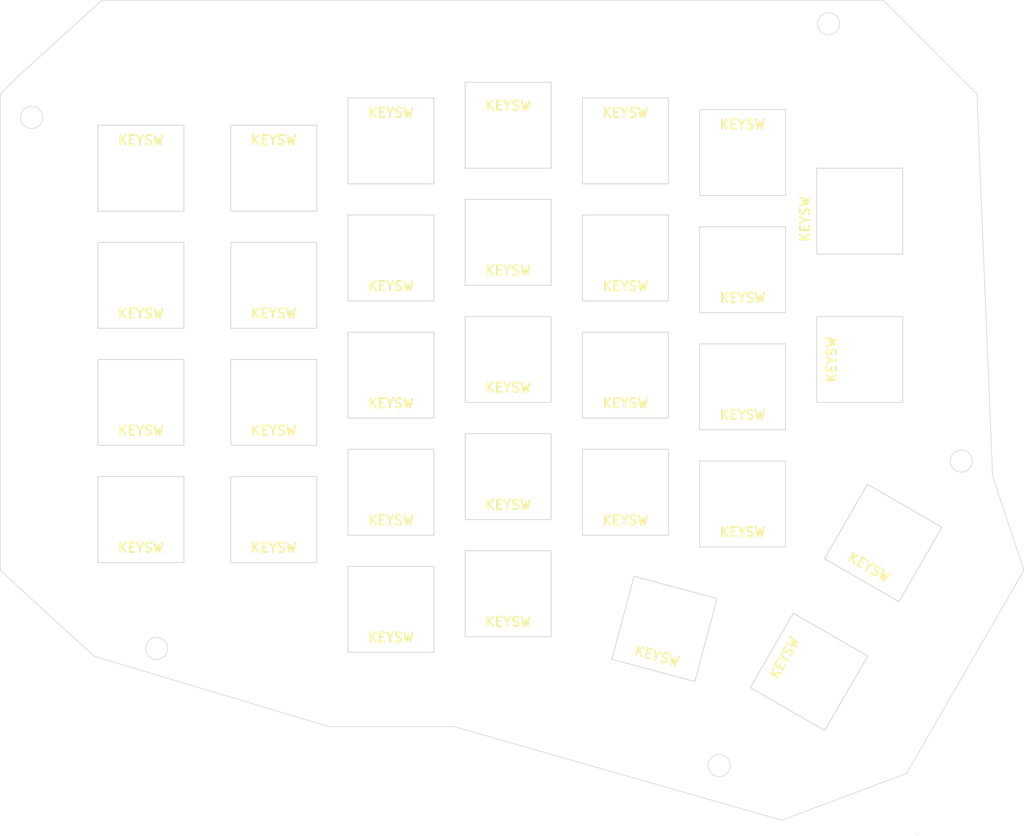
<source format=kicad_pcb>
(kicad_pcb (version 20171130) (host pcbnew "(5.1.2)-2")

  (general
    (thickness 1.6)
    (drawings 21)
    (tracks 0)
    (zones 0)
    (modules 31)
    (nets 1)
  )

  (page A4)
  (title_block
    (title "Redox keyboard PCB")
    (date 2018-05-05)
    (rev 1.0)
    (comment 1 "designed by Mattia Dal Ben (aka u/TiaMaT102)")
    (comment 2 https://github.com/mattdibi/redox-keyboard)
  )

  (layers
    (0 F.Cu signal)
    (31 B.Cu signal hide)
    (32 B.Adhes user hide)
    (33 F.Adhes user hide)
    (34 B.Paste user hide)
    (35 F.Paste user hide)
    (36 B.SilkS user hide)
    (37 F.SilkS user hide)
    (38 B.Mask user hide)
    (39 F.Mask user hide)
    (40 Dwgs.User user hide)
    (41 Cmts.User user hide)
    (42 Eco1.User user hide)
    (43 Eco2.User user hide)
    (44 Edge.Cuts user)
    (45 Margin user hide)
    (46 B.CrtYd user hide)
    (47 F.CrtYd user hide)
    (48 B.Fab user hide)
    (49 F.Fab user hide)
  )

  (setup
    (last_trace_width 0.25)
    (trace_clearance 0.2)
    (zone_clearance 0.508)
    (zone_45_only no)
    (trace_min 0.2)
    (via_size 0.6)
    (via_drill 0.4)
    (via_min_size 0.4)
    (via_min_drill 0.3)
    (uvia_size 0.3)
    (uvia_drill 0.1)
    (uvias_allowed no)
    (uvia_min_size 0.2)
    (uvia_min_drill 0.1)
    (edge_width 0.1)
    (segment_width 0.2)
    (pcb_text_width 0.3)
    (pcb_text_size 1.5 1.5)
    (mod_edge_width 0.15)
    (mod_text_size 1 1)
    (mod_text_width 0.15)
    (pad_size 1.5 1.5)
    (pad_drill 0.6)
    (pad_to_mask_clearance 0)
    (aux_axis_origin 0 0)
    (visible_elements 7FFFFFFF)
    (pcbplotparams
      (layerselection 0x010fc_ffffffff)
      (usegerberextensions true)
      (usegerberattributes false)
      (usegerberadvancedattributes false)
      (creategerberjobfile false)
      (excludeedgelayer true)
      (linewidth 0.100000)
      (plotframeref false)
      (viasonmask false)
      (mode 1)
      (useauxorigin false)
      (hpglpennumber 1)
      (hpglpenspeed 20)
      (hpglpendiameter 15.000000)
      (psnegative false)
      (psa4output false)
      (plotreference true)
      (plotvalue true)
      (plotinvisibletext false)
      (padsonsilk false)
      (subtractmaskfromsilk false)
      (outputformat 1)
      (mirror false)
      (drillshape 0)
      (scaleselection 1)
      (outputdirectory "gerber_files/"))
  )

  (net 0 "")

  (net_class Default "Questo è il gruppo di collegamenti predefinito"
    (clearance 0.2)
    (trace_width 0.25)
    (via_dia 0.6)
    (via_drill 0.4)
    (uvia_dia 0.3)
    (uvia_drill 0.1)
  )

  (module pcb:SW_Cherry_MX_1.00u_PCB (layer F.Cu) (tedit 5DB3E7C9) (tstamp 5A80A406)
    (at 151.13 59.69 180)
    (descr "Cherry MX keyswitch, 1.00u, PCB mount, http://cherryamericas.com/wp-content/uploads/2014/12/mx_cat.pdf")
    (tags "Cherry MX keyswitch 1.00u PCB")
    (path /5A809203)
    (fp_text reference K3 (at -0.22 2.79 180) (layer F.SilkS) hide
      (effects (font (size 1 1) (thickness 0.2)))
    )
    (fp_text value KEYSW (at 0 3.175 180) (layer F.SilkS)
      (effects (font (size 1.524 1.524) (thickness 0.3048)))
    )
    (fp_line (start -6.985 6.985) (end -6.985 -6.985) (layer Edge.Cuts) (width 0.12))
    (fp_line (start 6.985 6.985) (end -6.985 6.985) (layer Edge.Cuts) (width 0.12))
    (fp_line (start 6.985 -6.985) (end 6.985 6.985) (layer Edge.Cuts) (width 0.12))
    (fp_line (start -6.985 -6.985) (end 6.985 -6.985) (layer Edge.Cuts) (width 0.12))
    (fp_line (start -9.525 9.525) (end -9.525 -9.525) (layer Dwgs.User) (width 0.15))
    (fp_line (start 9.525 9.525) (end -9.525 9.525) (layer Dwgs.User) (width 0.15))
    (fp_line (start 9.525 -9.525) (end 9.525 9.525) (layer Dwgs.User) (width 0.15))
    (fp_line (start -9.525 -9.525) (end 9.525 -9.525) (layer Dwgs.User) (width 0.15))
    (fp_text user %R (at 0 -7.874) (layer F.Fab)
      (effects (font (size 1 1) (thickness 0.15)))
    )
    (model ${KISYS3DMOD}/Button_Switch_Keyboard.3dshapes/SW_Cherry_MX_1.00u_PCB.wrl
      (at (xyz 0 0 0))
      (scale (xyz 1 1 1))
      (rotate (xyz 0 0 0))
    )
  )

  (module pcb:SW_Cherry_MX_1.00u_PCB (layer F.Cu) (tedit 5DB3E7C9) (tstamp 5A80A523)
    (at 170.18 100.33)
    (descr "Cherry MX keyswitch, 1.00u, PCB mount, http://cherryamericas.com/wp-content/uploads/2014/12/mx_cat.pdf")
    (tags "Cherry MX keyswitch 1.00u PCB")
    (path /5A80ABBE)
    (fp_text reference K24 (at -0.22 2.79) (layer F.SilkS) hide
      (effects (font (size 1 1) (thickness 0.2)))
    )
    (fp_text value KEYSW (at 0 4.572) (layer F.SilkS)
      (effects (font (size 1.524 1.524) (thickness 0.3048)))
    )
    (fp_line (start -6.985 6.985) (end -6.985 -6.985) (layer Edge.Cuts) (width 0.12))
    (fp_line (start 6.985 6.985) (end -6.985 6.985) (layer Edge.Cuts) (width 0.12))
    (fp_line (start 6.985 -6.985) (end 6.985 6.985) (layer Edge.Cuts) (width 0.12))
    (fp_line (start -6.985 -6.985) (end 6.985 -6.985) (layer Edge.Cuts) (width 0.12))
    (fp_line (start -9.525 9.525) (end -9.525 -9.525) (layer Dwgs.User) (width 0.15))
    (fp_line (start 9.525 9.525) (end -9.525 9.525) (layer Dwgs.User) (width 0.15))
    (fp_line (start 9.525 -9.525) (end 9.525 9.525) (layer Dwgs.User) (width 0.15))
    (fp_line (start -9.525 -9.525) (end 9.525 -9.525) (layer Dwgs.User) (width 0.15))
    (fp_text user %R (at 0 -7.874) (layer F.Fab)
      (effects (font (size 1 1) (thickness 0.15)))
    )
    (model ${KISYS3DMOD}/Button_Switch_Keyboard.3dshapes/SW_Cherry_MX_1.00u_PCB.wrl
      (at (xyz 0 0 0))
      (scale (xyz 1 1 1))
      (rotate (xyz 0 0 0))
    )
  )

  (module pcb:SW_Cherry_MX_1.00u_PCB (layer F.Cu) (tedit 5DB3E7C9) (tstamp 5A80A640)
    (at 200.025 148.59 240)
    (descr "Cherry MX keyswitch, 1.00u, PCB mount, http://cherryamericas.com/wp-content/uploads/2014/12/mx_cat.pdf")
    (tags "Cherry MX keyswitch 1.00u PCB")
    (path /5A80E4D4)
    (fp_text reference K45 (at -0.254 2.794 240) (layer F.SilkS) hide
      (effects (font (size 1 1) (thickness 0.2)))
    )
    (fp_text value KEYSW (at 0 4.572 240) (layer F.SilkS)
      (effects (font (size 1.524 1.524) (thickness 0.3048)))
    )
    (fp_line (start -6.985 6.985) (end -6.985 -6.985) (layer Edge.Cuts) (width 0.12))
    (fp_line (start 6.985 6.985) (end -6.985 6.985) (layer Edge.Cuts) (width 0.12))
    (fp_line (start 6.985 -6.985) (end 6.985 6.985) (layer Edge.Cuts) (width 0.12))
    (fp_line (start -6.985 -6.985) (end 6.985 -6.985) (layer Edge.Cuts) (width 0.12))
    (fp_line (start -9.525 9.525) (end -9.525 -9.525) (layer Dwgs.User) (width 0.15))
    (fp_line (start 9.525 9.525) (end -9.525 9.525) (layer Dwgs.User) (width 0.15))
    (fp_line (start 9.525 -9.525) (end 9.525 9.525) (layer Dwgs.User) (width 0.15))
    (fp_line (start -9.525 -9.525) (end 9.525 -9.525) (layer Dwgs.User) (width 0.15))
    (fp_text user %R (at 0 -7.874 60) (layer F.Fab)
      (effects (font (size 1 1) (thickness 0.15)))
    )
    (model ${KISYS3DMOD}/Button_Switch_Keyboard.3dshapes/SW_Cherry_MX_1.00u_PCB.wrl
      (at (xyz 0 0 0))
      (scale (xyz 1 1 1))
      (rotate (xyz 0 0 0))
    )
  )

  (module pcb:SW_Cherry_MX_1.00u_PCB (layer F.Cu) (tedit 5DB3E7C9) (tstamp 5A80A4C4)
    (at 208.28 97.79 270)
    (descr "Cherry MX keyswitch, 1.00u, PCB mount, http://cherryamericas.com/wp-content/uploads/2014/12/mx_cat.pdf")
    (tags "Cherry MX keyswitch 1.00u PCB")
    (path /5A809C6B)
    (fp_text reference K16 (at -0.254 2.794 270) (layer F.SilkS) hide
      (effects (font (size 1 1) (thickness 0.2)))
    )
    (fp_text value KEYSW (at 0 4.572 270) (layer F.SilkS)
      (effects (font (size 1.524 1.524) (thickness 0.3048)))
    )
    (fp_line (start -6.985 6.985) (end -6.985 -6.985) (layer Edge.Cuts) (width 0.12))
    (fp_line (start 6.985 6.985) (end -6.985 6.985) (layer Edge.Cuts) (width 0.12))
    (fp_line (start 6.985 -6.985) (end 6.985 6.985) (layer Edge.Cuts) (width 0.12))
    (fp_line (start -6.985 -6.985) (end 6.985 -6.985) (layer Edge.Cuts) (width 0.12))
    (fp_line (start -9.525 9.525) (end -9.525 -9.525) (layer Dwgs.User) (width 0.15))
    (fp_line (start 9.525 9.525) (end -9.525 9.525) (layer Dwgs.User) (width 0.15))
    (fp_line (start 9.525 -9.525) (end 9.525 9.525) (layer Dwgs.User) (width 0.15))
    (fp_line (start -9.525 -9.525) (end 9.525 -9.525) (layer Dwgs.User) (width 0.15))
    (fp_text user %R (at 0 -7.874 90) (layer F.Fab)
      (effects (font (size 1 1) (thickness 0.15)))
    )
    (model ${KISYS3DMOD}/Button_Switch_Keyboard.3dshapes/SW_Cherry_MX_1.00u_PCB.wrl
      (at (xyz 0 0 0))
      (scale (xyz 1 1 1))
      (rotate (xyz 0 0 0))
    )
  )

  (module pcb:SW_Cherry_MX_1.00u_PCB (layer F.Cu) (tedit 5DB3E7C9) (tstamp 5A80A3E0)
    (at 113.03 66.675 180)
    (descr "Cherry MX keyswitch, 1.00u, PCB mount, http://cherryamericas.com/wp-content/uploads/2014/12/mx_cat.pdf")
    (tags "Cherry MX keyswitch 1.00u PCB")
    (path /5A809089)
    (fp_text reference K1 (at -0.22 2.79 180) (layer F.SilkS) hide
      (effects (font (size 1 1) (thickness 0.2)))
    )
    (fp_text value KEYSW (at 0 4.572 180) (layer F.SilkS)
      (effects (font (size 1.524 1.524) (thickness 0.3048)))
    )
    (fp_line (start -6.985 6.985) (end -6.985 -6.985) (layer Edge.Cuts) (width 0.12))
    (fp_line (start 6.985 6.985) (end -6.985 6.985) (layer Edge.Cuts) (width 0.12))
    (fp_line (start 6.985 -6.985) (end 6.985 6.985) (layer Edge.Cuts) (width 0.12))
    (fp_line (start -6.985 -6.985) (end 6.985 -6.985) (layer Edge.Cuts) (width 0.12))
    (fp_line (start -9.525 9.525) (end -9.525 -9.525) (layer Dwgs.User) (width 0.15))
    (fp_line (start 9.525 9.525) (end -9.525 9.525) (layer Dwgs.User) (width 0.15))
    (fp_line (start 9.525 -9.525) (end 9.525 9.525) (layer Dwgs.User) (width 0.15))
    (fp_line (start -9.525 -9.525) (end 9.525 -9.525) (layer Dwgs.User) (width 0.15))
    (fp_text user %R (at 0 -7.874) (layer F.Fab)
      (effects (font (size 1 1) (thickness 0.15)))
    )
    (model ${KISYS3DMOD}/Button_Switch_Keyboard.3dshapes/SW_Cherry_MX_1.00u_PCB.wrl
      (at (xyz 0 0 0))
      (scale (xyz 1 1 1))
      (rotate (xyz 0 0 0))
    )
  )

  (module pcb:SW_Cherry_MX_1.00u_PCB (layer F.Cu) (tedit 5DB3E7C9) (tstamp 5A80A3F3)
    (at 132.08 62.23 180)
    (descr "Cherry MX keyswitch, 1.00u, PCB mount, http://cherryamericas.com/wp-content/uploads/2014/12/mx_cat.pdf")
    (tags "Cherry MX keyswitch 1.00u PCB")
    (path /5A8091F6)
    (fp_text reference K2 (at -0.22 2.79 180) (layer F.SilkS) hide
      (effects (font (size 1 1) (thickness 0.2)))
    )
    (fp_text value KEYSW (at 0 4.572 180) (layer F.SilkS)
      (effects (font (size 1.524 1.524) (thickness 0.3048)))
    )
    (fp_line (start -6.985 6.985) (end -6.985 -6.985) (layer Edge.Cuts) (width 0.12))
    (fp_line (start 6.985 6.985) (end -6.985 6.985) (layer Edge.Cuts) (width 0.12))
    (fp_line (start 6.985 -6.985) (end 6.985 6.985) (layer Edge.Cuts) (width 0.12))
    (fp_line (start -6.985 -6.985) (end 6.985 -6.985) (layer Edge.Cuts) (width 0.12))
    (fp_line (start -9.525 9.525) (end -9.525 -9.525) (layer Dwgs.User) (width 0.15))
    (fp_line (start 9.525 9.525) (end -9.525 9.525) (layer Dwgs.User) (width 0.15))
    (fp_line (start 9.525 -9.525) (end 9.525 9.525) (layer Dwgs.User) (width 0.15))
    (fp_line (start -9.525 -9.525) (end 9.525 -9.525) (layer Dwgs.User) (width 0.15))
    (fp_text user %R (at 0 -7.874) (layer F.Fab)
      (effects (font (size 1 1) (thickness 0.15)))
    )
    (model ${KISYS3DMOD}/Button_Switch_Keyboard.3dshapes/SW_Cherry_MX_1.00u_PCB.wrl
      (at (xyz 0 0 0))
      (scale (xyz 1 1 1))
      (rotate (xyz 0 0 0))
    )
  )

  (module pcb:SW_Cherry_MX_1.00u_PCB (layer F.Cu) (tedit 5DB3E7C9) (tstamp 5A80A419)
    (at 170.18 62.23 180)
    (descr "Cherry MX keyswitch, 1.00u, PCB mount, http://cherryamericas.com/wp-content/uploads/2014/12/mx_cat.pdf")
    (tags "Cherry MX keyswitch 1.00u PCB")
    (path /5A80948D)
    (fp_text reference K4 (at -0.22 2.79 180) (layer F.SilkS) hide
      (effects (font (size 1 1) (thickness 0.2)))
    )
    (fp_text value KEYSW (at 0 4.572 180) (layer F.SilkS)
      (effects (font (size 1.524 1.524) (thickness 0.3048)))
    )
    (fp_line (start -6.985 6.985) (end -6.985 -6.985) (layer Edge.Cuts) (width 0.12))
    (fp_line (start 6.985 6.985) (end -6.985 6.985) (layer Edge.Cuts) (width 0.12))
    (fp_line (start 6.985 -6.985) (end 6.985 6.985) (layer Edge.Cuts) (width 0.12))
    (fp_line (start -6.985 -6.985) (end 6.985 -6.985) (layer Edge.Cuts) (width 0.12))
    (fp_line (start -9.525 9.525) (end -9.525 -9.525) (layer Dwgs.User) (width 0.15))
    (fp_line (start 9.525 9.525) (end -9.525 9.525) (layer Dwgs.User) (width 0.15))
    (fp_line (start 9.525 -9.525) (end 9.525 9.525) (layer Dwgs.User) (width 0.15))
    (fp_line (start -9.525 -9.525) (end 9.525 -9.525) (layer Dwgs.User) (width 0.15))
    (fp_text user %R (at 0 -7.874) (layer F.Fab)
      (effects (font (size 1 1) (thickness 0.15)))
    )
    (model ${KISYS3DMOD}/Button_Switch_Keyboard.3dshapes/SW_Cherry_MX_1.00u_PCB.wrl
      (at (xyz 0 0 0))
      (scale (xyz 1 1 1))
      (rotate (xyz 0 0 0))
    )
  )

  (module pcb:SW_Cherry_MX_1.00u_PCB (layer F.Cu) (tedit 5DB3E7C9) (tstamp 5A80A42C)
    (at 189.23 64.135 180)
    (descr "Cherry MX keyswitch, 1.00u, PCB mount, http://cherryamericas.com/wp-content/uploads/2014/12/mx_cat.pdf")
    (tags "Cherry MX keyswitch 1.00u PCB")
    (path /5A80949A)
    (fp_text reference K5 (at -0.22 2.79 180) (layer F.SilkS) hide
      (effects (font (size 1 1) (thickness 0.2)))
    )
    (fp_text value KEYSW (at 0 4.572 180) (layer F.SilkS)
      (effects (font (size 1.524 1.524) (thickness 0.3048)))
    )
    (fp_line (start -6.985 6.985) (end -6.985 -6.985) (layer Edge.Cuts) (width 0.12))
    (fp_line (start 6.985 6.985) (end -6.985 6.985) (layer Edge.Cuts) (width 0.12))
    (fp_line (start 6.985 -6.985) (end 6.985 6.985) (layer Edge.Cuts) (width 0.12))
    (fp_line (start -6.985 -6.985) (end 6.985 -6.985) (layer Edge.Cuts) (width 0.12))
    (fp_line (start -9.525 9.525) (end -9.525 -9.525) (layer Dwgs.User) (width 0.15))
    (fp_line (start 9.525 9.525) (end -9.525 9.525) (layer Dwgs.User) (width 0.15))
    (fp_line (start 9.525 -9.525) (end 9.525 9.525) (layer Dwgs.User) (width 0.15))
    (fp_line (start -9.525 -9.525) (end 9.525 -9.525) (layer Dwgs.User) (width 0.15))
    (fp_text user %R (at 0 -7.874) (layer F.Fab)
      (effects (font (size 1 1) (thickness 0.15)))
    )
    (model ${KISYS3DMOD}/Button_Switch_Keyboard.3dshapes/SW_Cherry_MX_1.00u_PCB.wrl
      (at (xyz 0 0 0))
      (scale (xyz 1 1 1))
      (rotate (xyz 0 0 0))
    )
  )

  (module pcb:SW_Cherry_MX_1.00u_PCB (layer F.Cu) (tedit 5DB3E7C9) (tstamp 5A80A43F)
    (at 208.28 73.66 180)
    (descr "Cherry MX keyswitch, 1.00u, PCB mount, http://cherryamericas.com/wp-content/uploads/2014/12/mx_cat.pdf")
    (tags "Cherry MX keyswitch 1.00u PCB")
    (path /5A8094A7)
    (fp_text reference K6 (at -0.22 2.79 180) (layer F.SilkS) hide
      (effects (font (size 1 1) (thickness 0.2)))
    )
    (fp_text value KEYSW (at 8.89 -1.27 270) (layer F.SilkS)
      (effects (font (size 1.524 1.524) (thickness 0.3048)))
    )
    (fp_line (start -6.985 6.985) (end -6.985 -6.985) (layer Edge.Cuts) (width 0.12))
    (fp_line (start 6.985 6.985) (end -6.985 6.985) (layer Edge.Cuts) (width 0.12))
    (fp_line (start 6.985 -6.985) (end 6.985 6.985) (layer Edge.Cuts) (width 0.12))
    (fp_line (start -6.985 -6.985) (end 6.985 -6.985) (layer Edge.Cuts) (width 0.12))
    (fp_line (start -9.525 9.525) (end -9.525 -9.525) (layer Dwgs.User) (width 0.15))
    (fp_line (start 9.525 9.525) (end -9.525 9.525) (layer Dwgs.User) (width 0.15))
    (fp_line (start 9.525 -9.525) (end 9.525 9.525) (layer Dwgs.User) (width 0.15))
    (fp_line (start -9.525 -9.525) (end 9.525 -9.525) (layer Dwgs.User) (width 0.15))
    (fp_text user %R (at 0 -7.874) (layer F.Fab)
      (effects (font (size 1 1) (thickness 0.15)))
    )
    (model ${KISYS3DMOD}/Button_Switch_Keyboard.3dshapes/SW_Cherry_MX_1.00u_PCB.wrl
      (at (xyz 0 0 0))
      (scale (xyz 1 1 1))
      (rotate (xyz 0 0 0))
    )
  )

  (module pcb:SW_Cherry_MX_1.00u_PCB (layer F.Cu) (tedit 5DB3E7C9) (tstamp 5A80A465)
    (at 113.03 85.725)
    (descr "Cherry MX keyswitch, 1.00u, PCB mount, http://cherryamericas.com/wp-content/uploads/2014/12/mx_cat.pdf")
    (tags "Cherry MX keyswitch 1.00u PCB")
    (path /5A809C2A)
    (fp_text reference K11 (at -0.22 2.79) (layer F.SilkS) hide
      (effects (font (size 1 1) (thickness 0.2)))
    )
    (fp_text value KEYSW (at 0 4.572) (layer F.SilkS)
      (effects (font (size 1.524 1.524) (thickness 0.3048)))
    )
    (fp_line (start -6.985 6.985) (end -6.985 -6.985) (layer Edge.Cuts) (width 0.12))
    (fp_line (start 6.985 6.985) (end -6.985 6.985) (layer Edge.Cuts) (width 0.12))
    (fp_line (start 6.985 -6.985) (end 6.985 6.985) (layer Edge.Cuts) (width 0.12))
    (fp_line (start -6.985 -6.985) (end 6.985 -6.985) (layer Edge.Cuts) (width 0.12))
    (fp_line (start -9.525 9.525) (end -9.525 -9.525) (layer Dwgs.User) (width 0.15))
    (fp_line (start 9.525 9.525) (end -9.525 9.525) (layer Dwgs.User) (width 0.15))
    (fp_line (start 9.525 -9.525) (end 9.525 9.525) (layer Dwgs.User) (width 0.15))
    (fp_line (start -9.525 -9.525) (end 9.525 -9.525) (layer Dwgs.User) (width 0.15))
    (fp_text user %R (at 0 -7.874) (layer F.Fab)
      (effects (font (size 1 1) (thickness 0.15)))
    )
    (model ${KISYS3DMOD}/Button_Switch_Keyboard.3dshapes/SW_Cherry_MX_1.00u_PCB.wrl
      (at (xyz 0 0 0))
      (scale (xyz 1 1 1))
      (rotate (xyz 0 0 0))
    )
  )

  (module pcb:SW_Cherry_MX_1.00u_PCB (layer F.Cu) (tedit 5DB3E7C9) (tstamp 5A80A478)
    (at 132.08 81.28)
    (descr "Cherry MX keyswitch, 1.00u, PCB mount, http://cherryamericas.com/wp-content/uploads/2014/12/mx_cat.pdf")
    (tags "Cherry MX keyswitch 1.00u PCB")
    (path /5A809C37)
    (fp_text reference K12 (at -0.22 2.79) (layer F.SilkS) hide
      (effects (font (size 1 1) (thickness 0.2)))
    )
    (fp_text value KEYSW (at 0 4.572) (layer F.SilkS)
      (effects (font (size 1.524 1.524) (thickness 0.3048)))
    )
    (fp_line (start -6.985 6.985) (end -6.985 -6.985) (layer Edge.Cuts) (width 0.12))
    (fp_line (start 6.985 6.985) (end -6.985 6.985) (layer Edge.Cuts) (width 0.12))
    (fp_line (start 6.985 -6.985) (end 6.985 6.985) (layer Edge.Cuts) (width 0.12))
    (fp_line (start -6.985 -6.985) (end 6.985 -6.985) (layer Edge.Cuts) (width 0.12))
    (fp_line (start -9.525 9.525) (end -9.525 -9.525) (layer Dwgs.User) (width 0.15))
    (fp_line (start 9.525 9.525) (end -9.525 9.525) (layer Dwgs.User) (width 0.15))
    (fp_line (start 9.525 -9.525) (end 9.525 9.525) (layer Dwgs.User) (width 0.15))
    (fp_line (start -9.525 -9.525) (end 9.525 -9.525) (layer Dwgs.User) (width 0.15))
    (fp_text user %R (at 0 -7.874) (layer F.Fab)
      (effects (font (size 1 1) (thickness 0.15)))
    )
    (model ${KISYS3DMOD}/Button_Switch_Keyboard.3dshapes/SW_Cherry_MX_1.00u_PCB.wrl
      (at (xyz 0 0 0))
      (scale (xyz 1 1 1))
      (rotate (xyz 0 0 0))
    )
  )

  (module pcb:SW_Cherry_MX_1.00u_PCB (layer F.Cu) (tedit 5DB3E7C9) (tstamp 5A80A48B)
    (at 151.13 78.74)
    (descr "Cherry MX keyswitch, 1.00u, PCB mount, http://cherryamericas.com/wp-content/uploads/2014/12/mx_cat.pdf")
    (tags "Cherry MX keyswitch 1.00u PCB")
    (path /5A809C44)
    (fp_text reference K13 (at -0.22 2.79) (layer F.SilkS) hide
      (effects (font (size 1 1) (thickness 0.2)))
    )
    (fp_text value KEYSW (at 0 4.572) (layer F.SilkS)
      (effects (font (size 1.524 1.524) (thickness 0.3048)))
    )
    (fp_line (start -6.985 6.985) (end -6.985 -6.985) (layer Edge.Cuts) (width 0.12))
    (fp_line (start 6.985 6.985) (end -6.985 6.985) (layer Edge.Cuts) (width 0.12))
    (fp_line (start 6.985 -6.985) (end 6.985 6.985) (layer Edge.Cuts) (width 0.12))
    (fp_line (start -6.985 -6.985) (end 6.985 -6.985) (layer Edge.Cuts) (width 0.12))
    (fp_line (start -9.525 9.525) (end -9.525 -9.525) (layer Dwgs.User) (width 0.15))
    (fp_line (start 9.525 9.525) (end -9.525 9.525) (layer Dwgs.User) (width 0.15))
    (fp_line (start 9.525 -9.525) (end 9.525 9.525) (layer Dwgs.User) (width 0.15))
    (fp_line (start -9.525 -9.525) (end 9.525 -9.525) (layer Dwgs.User) (width 0.15))
    (fp_text user %R (at 0 -7.874) (layer F.Fab)
      (effects (font (size 1 1) (thickness 0.15)))
    )
    (model ${KISYS3DMOD}/Button_Switch_Keyboard.3dshapes/SW_Cherry_MX_1.00u_PCB.wrl
      (at (xyz 0 0 0))
      (scale (xyz 1 1 1))
      (rotate (xyz 0 0 0))
    )
  )

  (module pcb:SW_Cherry_MX_1.00u_PCB (layer F.Cu) (tedit 5DB3E7C9) (tstamp 5A80A49E)
    (at 170.18 81.28)
    (descr "Cherry MX keyswitch, 1.00u, PCB mount, http://cherryamericas.com/wp-content/uploads/2014/12/mx_cat.pdf")
    (tags "Cherry MX keyswitch 1.00u PCB")
    (path /5A809C51)
    (fp_text reference K14 (at -0.22 2.79) (layer F.SilkS) hide
      (effects (font (size 1 1) (thickness 0.2)))
    )
    (fp_text value KEYSW (at 0 4.572) (layer F.SilkS)
      (effects (font (size 1.524 1.524) (thickness 0.3048)))
    )
    (fp_line (start -6.985 6.985) (end -6.985 -6.985) (layer Edge.Cuts) (width 0.12))
    (fp_line (start 6.985 6.985) (end -6.985 6.985) (layer Edge.Cuts) (width 0.12))
    (fp_line (start 6.985 -6.985) (end 6.985 6.985) (layer Edge.Cuts) (width 0.12))
    (fp_line (start -6.985 -6.985) (end 6.985 -6.985) (layer Edge.Cuts) (width 0.12))
    (fp_line (start -9.525 9.525) (end -9.525 -9.525) (layer Dwgs.User) (width 0.15))
    (fp_line (start 9.525 9.525) (end -9.525 9.525) (layer Dwgs.User) (width 0.15))
    (fp_line (start 9.525 -9.525) (end 9.525 9.525) (layer Dwgs.User) (width 0.15))
    (fp_line (start -9.525 -9.525) (end 9.525 -9.525) (layer Dwgs.User) (width 0.15))
    (fp_text user %R (at 0 -7.874) (layer F.Fab)
      (effects (font (size 1 1) (thickness 0.15)))
    )
    (model ${KISYS3DMOD}/Button_Switch_Keyboard.3dshapes/SW_Cherry_MX_1.00u_PCB.wrl
      (at (xyz 0 0 0))
      (scale (xyz 1 1 1))
      (rotate (xyz 0 0 0))
    )
  )

  (module pcb:SW_Cherry_MX_1.00u_PCB (layer F.Cu) (tedit 5DB3E7C9) (tstamp 5A80A4B1)
    (at 189.23 83.185)
    (descr "Cherry MX keyswitch, 1.00u, PCB mount, http://cherryamericas.com/wp-content/uploads/2014/12/mx_cat.pdf")
    (tags "Cherry MX keyswitch 1.00u PCB")
    (path /5A809C5E)
    (fp_text reference K15 (at -0.22 2.79) (layer F.SilkS) hide
      (effects (font (size 1 1) (thickness 0.2)))
    )
    (fp_text value KEYSW (at 0 4.572) (layer F.SilkS)
      (effects (font (size 1.524 1.524) (thickness 0.3048)))
    )
    (fp_line (start -6.985 6.985) (end -6.985 -6.985) (layer Edge.Cuts) (width 0.12))
    (fp_line (start 6.985 6.985) (end -6.985 6.985) (layer Edge.Cuts) (width 0.12))
    (fp_line (start 6.985 -6.985) (end 6.985 6.985) (layer Edge.Cuts) (width 0.12))
    (fp_line (start -6.985 -6.985) (end 6.985 -6.985) (layer Edge.Cuts) (width 0.12))
    (fp_line (start -9.525 9.525) (end -9.525 -9.525) (layer Dwgs.User) (width 0.15))
    (fp_line (start 9.525 9.525) (end -9.525 9.525) (layer Dwgs.User) (width 0.15))
    (fp_line (start 9.525 -9.525) (end 9.525 9.525) (layer Dwgs.User) (width 0.15))
    (fp_line (start -9.525 -9.525) (end 9.525 -9.525) (layer Dwgs.User) (width 0.15))
    (fp_text user %R (at 0 -7.874) (layer F.Fab)
      (effects (font (size 1 1) (thickness 0.15)))
    )
    (model ${KISYS3DMOD}/Button_Switch_Keyboard.3dshapes/SW_Cherry_MX_1.00u_PCB.wrl
      (at (xyz 0 0 0))
      (scale (xyz 1 1 1))
      (rotate (xyz 0 0 0))
    )
  )

  (module pcb:SW_Cherry_MX_1.00u_PCB (layer F.Cu) (tedit 5DB3E7C9) (tstamp 5A80A4EA)
    (at 113.03 104.775)
    (descr "Cherry MX keyswitch, 1.00u, PCB mount, http://cherryamericas.com/wp-content/uploads/2014/12/mx_cat.pdf")
    (tags "Cherry MX keyswitch 1.00u PCB")
    (path /5A80AB97)
    (fp_text reference K21 (at -0.22 2.79) (layer F.SilkS) hide
      (effects (font (size 1 1) (thickness 0.2)))
    )
    (fp_text value KEYSW (at 0 4.572) (layer F.SilkS)
      (effects (font (size 1.524 1.524) (thickness 0.3048)))
    )
    (fp_line (start -6.985 6.985) (end -6.985 -6.985) (layer Edge.Cuts) (width 0.12))
    (fp_line (start 6.985 6.985) (end -6.985 6.985) (layer Edge.Cuts) (width 0.12))
    (fp_line (start 6.985 -6.985) (end 6.985 6.985) (layer Edge.Cuts) (width 0.12))
    (fp_line (start -6.985 -6.985) (end 6.985 -6.985) (layer Edge.Cuts) (width 0.12))
    (fp_line (start -9.525 9.525) (end -9.525 -9.525) (layer Dwgs.User) (width 0.15))
    (fp_line (start 9.525 9.525) (end -9.525 9.525) (layer Dwgs.User) (width 0.15))
    (fp_line (start 9.525 -9.525) (end 9.525 9.525) (layer Dwgs.User) (width 0.15))
    (fp_line (start -9.525 -9.525) (end 9.525 -9.525) (layer Dwgs.User) (width 0.15))
    (fp_text user %R (at 0 -7.874) (layer F.Fab)
      (effects (font (size 1 1) (thickness 0.15)))
    )
    (model ${KISYS3DMOD}/Button_Switch_Keyboard.3dshapes/SW_Cherry_MX_1.00u_PCB.wrl
      (at (xyz 0 0 0))
      (scale (xyz 1 1 1))
      (rotate (xyz 0 0 0))
    )
  )

  (module pcb:SW_Cherry_MX_1.00u_PCB (layer F.Cu) (tedit 5DB3E7C9) (tstamp 5A80A4FD)
    (at 132.08 100.33)
    (descr "Cherry MX keyswitch, 1.00u, PCB mount, http://cherryamericas.com/wp-content/uploads/2014/12/mx_cat.pdf")
    (tags "Cherry MX keyswitch 1.00u PCB")
    (path /5A80ABA4)
    (fp_text reference K22 (at -0.22 2.79) (layer F.SilkS) hide
      (effects (font (size 1 1) (thickness 0.2)))
    )
    (fp_text value KEYSW (at 0 4.572) (layer F.SilkS)
      (effects (font (size 1.524 1.524) (thickness 0.3048)))
    )
    (fp_line (start -6.985 6.985) (end -6.985 -6.985) (layer Edge.Cuts) (width 0.12))
    (fp_line (start 6.985 6.985) (end -6.985 6.985) (layer Edge.Cuts) (width 0.12))
    (fp_line (start 6.985 -6.985) (end 6.985 6.985) (layer Edge.Cuts) (width 0.12))
    (fp_line (start -6.985 -6.985) (end 6.985 -6.985) (layer Edge.Cuts) (width 0.12))
    (fp_line (start -9.525 9.525) (end -9.525 -9.525) (layer Dwgs.User) (width 0.15))
    (fp_line (start 9.525 9.525) (end -9.525 9.525) (layer Dwgs.User) (width 0.15))
    (fp_line (start 9.525 -9.525) (end 9.525 9.525) (layer Dwgs.User) (width 0.15))
    (fp_line (start -9.525 -9.525) (end 9.525 -9.525) (layer Dwgs.User) (width 0.15))
    (fp_text user %R (at 0 -7.874) (layer F.Fab)
      (effects (font (size 1 1) (thickness 0.15)))
    )
    (model ${KISYS3DMOD}/Button_Switch_Keyboard.3dshapes/SW_Cherry_MX_1.00u_PCB.wrl
      (at (xyz 0 0 0))
      (scale (xyz 1 1 1))
      (rotate (xyz 0 0 0))
    )
  )

  (module pcb:SW_Cherry_MX_1.00u_PCB (layer F.Cu) (tedit 5DB3E7C9) (tstamp 5A80A510)
    (at 151.13 97.79)
    (descr "Cherry MX keyswitch, 1.00u, PCB mount, http://cherryamericas.com/wp-content/uploads/2014/12/mx_cat.pdf")
    (tags "Cherry MX keyswitch 1.00u PCB")
    (path /5A80ABB1)
    (fp_text reference K23 (at -0.22 2.79) (layer F.SilkS) hide
      (effects (font (size 1 1) (thickness 0.2)))
    )
    (fp_text value KEYSW (at 0 4.572) (layer F.SilkS)
      (effects (font (size 1.524 1.524) (thickness 0.3048)))
    )
    (fp_line (start -6.985 6.985) (end -6.985 -6.985) (layer Edge.Cuts) (width 0.12))
    (fp_line (start 6.985 6.985) (end -6.985 6.985) (layer Edge.Cuts) (width 0.12))
    (fp_line (start 6.985 -6.985) (end 6.985 6.985) (layer Edge.Cuts) (width 0.12))
    (fp_line (start -6.985 -6.985) (end 6.985 -6.985) (layer Edge.Cuts) (width 0.12))
    (fp_line (start -9.525 9.525) (end -9.525 -9.525) (layer Dwgs.User) (width 0.15))
    (fp_line (start 9.525 9.525) (end -9.525 9.525) (layer Dwgs.User) (width 0.15))
    (fp_line (start 9.525 -9.525) (end 9.525 9.525) (layer Dwgs.User) (width 0.15))
    (fp_line (start -9.525 -9.525) (end 9.525 -9.525) (layer Dwgs.User) (width 0.15))
    (fp_text user %R (at 0 -7.874) (layer F.Fab)
      (effects (font (size 1 1) (thickness 0.15)))
    )
    (model ${KISYS3DMOD}/Button_Switch_Keyboard.3dshapes/SW_Cherry_MX_1.00u_PCB.wrl
      (at (xyz 0 0 0))
      (scale (xyz 1 1 1))
      (rotate (xyz 0 0 0))
    )
  )

  (module pcb:SW_Cherry_MX_1.00u_PCB (layer F.Cu) (tedit 5DB3E7C9) (tstamp 5A80A536)
    (at 189.23 102.235)
    (descr "Cherry MX keyswitch, 1.00u, PCB mount, http://cherryamericas.com/wp-content/uploads/2014/12/mx_cat.pdf")
    (tags "Cherry MX keyswitch 1.00u PCB")
    (path /5A80ABCB)
    (fp_text reference K25 (at -0.22 2.79) (layer F.SilkS) hide
      (effects (font (size 1 1) (thickness 0.2)))
    )
    (fp_text value KEYSW (at 0 4.572) (layer F.SilkS)
      (effects (font (size 1.524 1.524) (thickness 0.3048)))
    )
    (fp_line (start -6.985 6.985) (end -6.985 -6.985) (layer Edge.Cuts) (width 0.12))
    (fp_line (start 6.985 6.985) (end -6.985 6.985) (layer Edge.Cuts) (width 0.12))
    (fp_line (start 6.985 -6.985) (end 6.985 6.985) (layer Edge.Cuts) (width 0.12))
    (fp_line (start -6.985 -6.985) (end 6.985 -6.985) (layer Edge.Cuts) (width 0.12))
    (fp_line (start -9.525 9.525) (end -9.525 -9.525) (layer Dwgs.User) (width 0.15))
    (fp_line (start 9.525 9.525) (end -9.525 9.525) (layer Dwgs.User) (width 0.15))
    (fp_line (start 9.525 -9.525) (end 9.525 9.525) (layer Dwgs.User) (width 0.15))
    (fp_line (start -9.525 -9.525) (end 9.525 -9.525) (layer Dwgs.User) (width 0.15))
    (fp_text user %R (at 0 -7.874) (layer F.Fab)
      (effects (font (size 1 1) (thickness 0.15)))
    )
    (model ${KISYS3DMOD}/Button_Switch_Keyboard.3dshapes/SW_Cherry_MX_1.00u_PCB.wrl
      (at (xyz 0 0 0))
      (scale (xyz 1 1 1))
      (rotate (xyz 0 0 0))
    )
  )

  (module pcb:SW_Cherry_MX_1.00u_PCB (layer F.Cu) (tedit 5DB3E7C9) (tstamp 5A80A549)
    (at 212.09 127.635 330)
    (descr "Cherry MX keyswitch, 1.00u, PCB mount, http://cherryamericas.com/wp-content/uploads/2014/12/mx_cat.pdf")
    (tags "Cherry MX keyswitch 1.00u PCB")
    (path /5A80ABD8)
    (fp_text reference K26 (at -0.22 2.79 330) (layer F.SilkS) hide
      (effects (font (size 1 1) (thickness 0.2)))
    )
    (fp_text value KEYSW (at 0 4.572 330) (layer F.SilkS)
      (effects (font (size 1.524 1.524) (thickness 0.3048)))
    )
    (fp_line (start -6.985 6.985) (end -6.985 -6.985) (layer Edge.Cuts) (width 0.12))
    (fp_line (start 6.985 6.985) (end -6.985 6.985) (layer Edge.Cuts) (width 0.12))
    (fp_line (start 6.985 -6.985) (end 6.985 6.985) (layer Edge.Cuts) (width 0.12))
    (fp_line (start -6.985 -6.985) (end 6.985 -6.985) (layer Edge.Cuts) (width 0.12))
    (fp_line (start -9.525 9.525) (end -9.525 -9.525) (layer Dwgs.User) (width 0.15))
    (fp_line (start 9.525 9.525) (end -9.525 9.525) (layer Dwgs.User) (width 0.15))
    (fp_line (start 9.525 -9.525) (end 9.525 9.525) (layer Dwgs.User) (width 0.15))
    (fp_line (start -9.525 -9.525) (end 9.525 -9.525) (layer Dwgs.User) (width 0.15))
    (fp_text user %R (at 0 -7.874 150) (layer F.Fab)
      (effects (font (size 1 1) (thickness 0.15)))
    )
    (model ${KISYS3DMOD}/Button_Switch_Keyboard.3dshapes/SW_Cherry_MX_1.00u_PCB.wrl
      (at (xyz 0 0 0))
      (scale (xyz 1 1 1))
      (rotate (xyz 0 0 0))
    )
  )

  (module pcb:SW_Cherry_MX_1.00u_PCB (layer F.Cu) (tedit 5DB3E7C9) (tstamp 5A80A56F)
    (at 113.03 123.825)
    (descr "Cherry MX keyswitch, 1.00u, PCB mount, http://cherryamericas.com/wp-content/uploads/2014/12/mx_cat.pdf")
    (tags "Cherry MX keyswitch 1.00u PCB")
    (path /5A80ABF8)
    (fp_text reference K31 (at -0.22 2.79) (layer F.SilkS) hide
      (effects (font (size 1 1) (thickness 0.2)))
    )
    (fp_text value KEYSW (at 0 4.572) (layer F.SilkS)
      (effects (font (size 1.524 1.524) (thickness 0.3048)))
    )
    (fp_line (start -6.985 6.985) (end -6.985 -6.985) (layer Edge.Cuts) (width 0.12))
    (fp_line (start 6.985 6.985) (end -6.985 6.985) (layer Edge.Cuts) (width 0.12))
    (fp_line (start 6.985 -6.985) (end 6.985 6.985) (layer Edge.Cuts) (width 0.12))
    (fp_line (start -6.985 -6.985) (end 6.985 -6.985) (layer Edge.Cuts) (width 0.12))
    (fp_line (start -9.525 9.525) (end -9.525 -9.525) (layer Dwgs.User) (width 0.15))
    (fp_line (start 9.525 9.525) (end -9.525 9.525) (layer Dwgs.User) (width 0.15))
    (fp_line (start 9.525 -9.525) (end 9.525 9.525) (layer Dwgs.User) (width 0.15))
    (fp_line (start -9.525 -9.525) (end 9.525 -9.525) (layer Dwgs.User) (width 0.15))
    (fp_text user %R (at 0 -7.874) (layer F.Fab)
      (effects (font (size 1 1) (thickness 0.15)))
    )
    (model ${KISYS3DMOD}/Button_Switch_Keyboard.3dshapes/SW_Cherry_MX_1.00u_PCB.wrl
      (at (xyz 0 0 0))
      (scale (xyz 1 1 1))
      (rotate (xyz 0 0 0))
    )
  )

  (module pcb:SW_Cherry_MX_1.00u_PCB (layer F.Cu) (tedit 5DB3E7C9) (tstamp 5A80A582)
    (at 132.08 119.38)
    (descr "Cherry MX keyswitch, 1.00u, PCB mount, http://cherryamericas.com/wp-content/uploads/2014/12/mx_cat.pdf")
    (tags "Cherry MX keyswitch 1.00u PCB")
    (path /5A80AC05)
    (fp_text reference K32 (at -0.22 2.79) (layer F.SilkS) hide
      (effects (font (size 1 1) (thickness 0.2)))
    )
    (fp_text value KEYSW (at 0 4.572) (layer F.SilkS)
      (effects (font (size 1.524 1.524) (thickness 0.3048)))
    )
    (fp_line (start -6.985 6.985) (end -6.985 -6.985) (layer Edge.Cuts) (width 0.12))
    (fp_line (start 6.985 6.985) (end -6.985 6.985) (layer Edge.Cuts) (width 0.12))
    (fp_line (start 6.985 -6.985) (end 6.985 6.985) (layer Edge.Cuts) (width 0.12))
    (fp_line (start -6.985 -6.985) (end 6.985 -6.985) (layer Edge.Cuts) (width 0.12))
    (fp_line (start -9.525 9.525) (end -9.525 -9.525) (layer Dwgs.User) (width 0.15))
    (fp_line (start 9.525 9.525) (end -9.525 9.525) (layer Dwgs.User) (width 0.15))
    (fp_line (start 9.525 -9.525) (end 9.525 9.525) (layer Dwgs.User) (width 0.15))
    (fp_line (start -9.525 -9.525) (end 9.525 -9.525) (layer Dwgs.User) (width 0.15))
    (fp_text user %R (at 0 -7.874) (layer F.Fab)
      (effects (font (size 1 1) (thickness 0.15)))
    )
    (model ${KISYS3DMOD}/Button_Switch_Keyboard.3dshapes/SW_Cherry_MX_1.00u_PCB.wrl
      (at (xyz 0 0 0))
      (scale (xyz 1 1 1))
      (rotate (xyz 0 0 0))
    )
  )

  (module pcb:SW_Cherry_MX_1.00u_PCB (layer F.Cu) (tedit 5DB3E7C9) (tstamp 5A80A595)
    (at 151.13 116.84)
    (descr "Cherry MX keyswitch, 1.00u, PCB mount, http://cherryamericas.com/wp-content/uploads/2014/12/mx_cat.pdf")
    (tags "Cherry MX keyswitch 1.00u PCB")
    (path /5A80AC12)
    (fp_text reference K33 (at -0.22 2.79) (layer F.SilkS) hide
      (effects (font (size 1 1) (thickness 0.2)))
    )
    (fp_text value KEYSW (at 0 4.572) (layer F.SilkS)
      (effects (font (size 1.524 1.524) (thickness 0.3048)))
    )
    (fp_line (start -6.985 6.985) (end -6.985 -6.985) (layer Edge.Cuts) (width 0.12))
    (fp_line (start 6.985 6.985) (end -6.985 6.985) (layer Edge.Cuts) (width 0.12))
    (fp_line (start 6.985 -6.985) (end 6.985 6.985) (layer Edge.Cuts) (width 0.12))
    (fp_line (start -6.985 -6.985) (end 6.985 -6.985) (layer Edge.Cuts) (width 0.12))
    (fp_line (start -9.525 9.525) (end -9.525 -9.525) (layer Dwgs.User) (width 0.15))
    (fp_line (start 9.525 9.525) (end -9.525 9.525) (layer Dwgs.User) (width 0.15))
    (fp_line (start 9.525 -9.525) (end 9.525 9.525) (layer Dwgs.User) (width 0.15))
    (fp_line (start -9.525 -9.525) (end 9.525 -9.525) (layer Dwgs.User) (width 0.15))
    (fp_text user %R (at 0 -7.874) (layer F.Fab)
      (effects (font (size 1 1) (thickness 0.15)))
    )
    (model ${KISYS3DMOD}/Button_Switch_Keyboard.3dshapes/SW_Cherry_MX_1.00u_PCB.wrl
      (at (xyz 0 0 0))
      (scale (xyz 1 1 1))
      (rotate (xyz 0 0 0))
    )
  )

  (module pcb:SW_Cherry_MX_1.00u_PCB (layer F.Cu) (tedit 5DB3E7C9) (tstamp 5A80A5A8)
    (at 170.18 119.38)
    (descr "Cherry MX keyswitch, 1.00u, PCB mount, http://cherryamericas.com/wp-content/uploads/2014/12/mx_cat.pdf")
    (tags "Cherry MX keyswitch 1.00u PCB")
    (path /5A80AC1F)
    (fp_text reference K34 (at -0.22 2.79) (layer F.SilkS) hide
      (effects (font (size 1 1) (thickness 0.2)))
    )
    (fp_text value KEYSW (at 0 4.572) (layer F.SilkS)
      (effects (font (size 1.524 1.524) (thickness 0.3048)))
    )
    (fp_line (start -6.985 6.985) (end -6.985 -6.985) (layer Edge.Cuts) (width 0.12))
    (fp_line (start 6.985 6.985) (end -6.985 6.985) (layer Edge.Cuts) (width 0.12))
    (fp_line (start 6.985 -6.985) (end 6.985 6.985) (layer Edge.Cuts) (width 0.12))
    (fp_line (start -6.985 -6.985) (end 6.985 -6.985) (layer Edge.Cuts) (width 0.12))
    (fp_line (start -9.525 9.525) (end -9.525 -9.525) (layer Dwgs.User) (width 0.15))
    (fp_line (start 9.525 9.525) (end -9.525 9.525) (layer Dwgs.User) (width 0.15))
    (fp_line (start 9.525 -9.525) (end 9.525 9.525) (layer Dwgs.User) (width 0.15))
    (fp_line (start -9.525 -9.525) (end 9.525 -9.525) (layer Dwgs.User) (width 0.15))
    (fp_text user %R (at 0 -7.874) (layer F.Fab)
      (effects (font (size 1 1) (thickness 0.15)))
    )
    (model ${KISYS3DMOD}/Button_Switch_Keyboard.3dshapes/SW_Cherry_MX_1.00u_PCB.wrl
      (at (xyz 0 0 0))
      (scale (xyz 1 1 1))
      (rotate (xyz 0 0 0))
    )
  )

  (module pcb:SW_Cherry_MX_1.00u_PCB (layer F.Cu) (tedit 5DB3E7C9) (tstamp 5A80A5BB)
    (at 189.23 121.285)
    (descr "Cherry MX keyswitch, 1.00u, PCB mount, http://cherryamericas.com/wp-content/uploads/2014/12/mx_cat.pdf")
    (tags "Cherry MX keyswitch 1.00u PCB")
    (path /5A80AC2C)
    (fp_text reference K35 (at -0.22 2.79) (layer F.SilkS) hide
      (effects (font (size 1 1) (thickness 0.2)))
    )
    (fp_text value KEYSW (at 0 4.572) (layer F.SilkS)
      (effects (font (size 1.524 1.524) (thickness 0.3048)))
    )
    (fp_line (start -6.985 6.985) (end -6.985 -6.985) (layer Edge.Cuts) (width 0.12))
    (fp_line (start 6.985 6.985) (end -6.985 6.985) (layer Edge.Cuts) (width 0.12))
    (fp_line (start 6.985 -6.985) (end 6.985 6.985) (layer Edge.Cuts) (width 0.12))
    (fp_line (start -6.985 -6.985) (end 6.985 -6.985) (layer Edge.Cuts) (width 0.12))
    (fp_line (start -9.525 9.525) (end -9.525 -9.525) (layer Dwgs.User) (width 0.15))
    (fp_line (start 9.525 9.525) (end -9.525 9.525) (layer Dwgs.User) (width 0.15))
    (fp_line (start 9.525 -9.525) (end 9.525 9.525) (layer Dwgs.User) (width 0.15))
    (fp_line (start -9.525 -9.525) (end 9.525 -9.525) (layer Dwgs.User) (width 0.15))
    (fp_text user %R (at 0 -7.874) (layer F.Fab)
      (effects (font (size 1 1) (thickness 0.15)))
    )
    (model ${KISYS3DMOD}/Button_Switch_Keyboard.3dshapes/SW_Cherry_MX_1.00u_PCB.wrl
      (at (xyz 0 0 0))
      (scale (xyz 1 1 1))
      (rotate (xyz 0 0 0))
    )
  )

  (module pcb:SW_Cherry_MX_1.00u_PCB (layer F.Cu) (tedit 5DB3E7C9) (tstamp 5A80A607)
    (at 132.08 138.43)
    (descr "Cherry MX keyswitch, 1.00u, PCB mount, http://cherryamericas.com/wp-content/uploads/2014/12/mx_cat.pdf")
    (tags "Cherry MX keyswitch 1.00u PCB")
    (path /5A80E4AD)
    (fp_text reference K42 (at -0.22 2.79) (layer F.SilkS) hide
      (effects (font (size 1 1) (thickness 0.2)))
    )
    (fp_text value KEYSW (at 0 4.572) (layer F.SilkS)
      (effects (font (size 1.524 1.524) (thickness 0.3048)))
    )
    (fp_line (start -6.985 6.985) (end -6.985 -6.985) (layer Edge.Cuts) (width 0.12))
    (fp_line (start 6.985 6.985) (end -6.985 6.985) (layer Edge.Cuts) (width 0.12))
    (fp_line (start 6.985 -6.985) (end 6.985 6.985) (layer Edge.Cuts) (width 0.12))
    (fp_line (start -6.985 -6.985) (end 6.985 -6.985) (layer Edge.Cuts) (width 0.12))
    (fp_line (start -9.525 9.525) (end -9.525 -9.525) (layer Dwgs.User) (width 0.15))
    (fp_line (start 9.525 9.525) (end -9.525 9.525) (layer Dwgs.User) (width 0.15))
    (fp_line (start 9.525 -9.525) (end 9.525 9.525) (layer Dwgs.User) (width 0.15))
    (fp_line (start -9.525 -9.525) (end 9.525 -9.525) (layer Dwgs.User) (width 0.15))
    (fp_text user %R (at 0 -7.874) (layer F.Fab)
      (effects (font (size 1 1) (thickness 0.15)))
    )
    (model ${KISYS3DMOD}/Button_Switch_Keyboard.3dshapes/SW_Cherry_MX_1.00u_PCB.wrl
      (at (xyz 0 0 0))
      (scale (xyz 1 1 1))
      (rotate (xyz 0 0 0))
    )
  )

  (module pcb:SW_Cherry_MX_1.00u_PCB (layer F.Cu) (tedit 5DB3E7C9) (tstamp 5A80A61A)
    (at 151.13 135.89)
    (descr "Cherry MX keyswitch, 1.00u, PCB mount, http://cherryamericas.com/wp-content/uploads/2014/12/mx_cat.pdf")
    (tags "Cherry MX keyswitch 1.00u PCB")
    (path /5A80E4BA)
    (fp_text reference K43 (at -0.22 2.79) (layer F.SilkS) hide
      (effects (font (size 1 1) (thickness 0.2)))
    )
    (fp_text value KEYSW (at 0 4.572) (layer F.SilkS)
      (effects (font (size 1.524 1.524) (thickness 0.3048)))
    )
    (fp_line (start -6.985 6.985) (end -6.985 -6.985) (layer Edge.Cuts) (width 0.12))
    (fp_line (start 6.985 6.985) (end -6.985 6.985) (layer Edge.Cuts) (width 0.12))
    (fp_line (start 6.985 -6.985) (end 6.985 6.985) (layer Edge.Cuts) (width 0.12))
    (fp_line (start -6.985 -6.985) (end 6.985 -6.985) (layer Edge.Cuts) (width 0.12))
    (fp_line (start -9.525 9.525) (end -9.525 -9.525) (layer Dwgs.User) (width 0.15))
    (fp_line (start 9.525 9.525) (end -9.525 9.525) (layer Dwgs.User) (width 0.15))
    (fp_line (start 9.525 -9.525) (end 9.525 9.525) (layer Dwgs.User) (width 0.15))
    (fp_line (start -9.525 -9.525) (end 9.525 -9.525) (layer Dwgs.User) (width 0.15))
    (fp_text user %R (at 0 -7.874) (layer F.Fab)
      (effects (font (size 1 1) (thickness 0.15)))
    )
    (model ${KISYS3DMOD}/Button_Switch_Keyboard.3dshapes/SW_Cherry_MX_1.00u_PCB.wrl
      (at (xyz 0 0 0))
      (scale (xyz 1 1 1))
      (rotate (xyz 0 0 0))
    )
  )

  (module pcb:SW_Cherry_MX_1.00u_PCB (layer F.Cu) (tedit 5DB3E7C9) (tstamp 5A80A3CD)
    (at 91.44 66.675 180)
    (descr "Cherry MX keyswitch, 1.00u, PCB mount, http://cherryamericas.com/wp-content/uploads/2014/12/mx_cat.pdf")
    (tags "Cherry MX keyswitch 1.00u PCB")
    (path /5A808C37)
    (fp_text reference K0 (at -0.22 2.79 180) (layer F.SilkS) hide
      (effects (font (size 1 1) (thickness 0.2)))
    )
    (fp_text value KEYSW (at 0 4.572 180) (layer F.SilkS)
      (effects (font (size 1.524 1.524) (thickness 0.3048)))
    )
    (fp_line (start -6.985 6.985) (end -6.985 -6.985) (layer Edge.Cuts) (width 0.12))
    (fp_line (start 6.985 6.985) (end -6.985 6.985) (layer Edge.Cuts) (width 0.12))
    (fp_line (start 6.985 -6.985) (end 6.985 6.985) (layer Edge.Cuts) (width 0.12))
    (fp_line (start -6.985 -6.985) (end 6.985 -6.985) (layer Edge.Cuts) (width 0.12))
    (fp_line (start -9.525 9.525) (end -9.525 -9.525) (layer Dwgs.User) (width 0.15))
    (fp_line (start 9.525 9.525) (end -9.525 9.525) (layer Dwgs.User) (width 0.15))
    (fp_line (start 9.525 -9.525) (end 9.525 9.525) (layer Dwgs.User) (width 0.15))
    (fp_line (start -9.525 -9.525) (end 9.525 -9.525) (layer Dwgs.User) (width 0.15))
    (fp_text user %R (at 0 -7.874) (layer F.Fab)
      (effects (font (size 1 1) (thickness 0.15)))
    )
    (model ${KISYS3DMOD}/Button_Switch_Keyboard.3dshapes/SW_Cherry_MX_1.00u_PCB.wrl
      (at (xyz 0 0 0))
      (scale (xyz 1 1 1))
      (rotate (xyz 0 0 0))
    )
  )

  (module pcb:SW_Cherry_MX_1.00u_PCB (layer F.Cu) (tedit 5DB3E7C9) (tstamp 5A80A452)
    (at 91.44 85.725)
    (descr "Cherry MX keyswitch, 1.00u, PCB mount, http://cherryamericas.com/wp-content/uploads/2014/12/mx_cat.pdf")
    (tags "Cherry MX keyswitch 1.00u PCB")
    (path /5A809C1D)
    (fp_text reference K10 (at -0.22 2.79) (layer F.SilkS) hide
      (effects (font (size 1 1) (thickness 0.2)))
    )
    (fp_text value KEYSW (at 0 4.572) (layer F.SilkS)
      (effects (font (size 1.524 1.524) (thickness 0.3048)))
    )
    (fp_line (start -6.985 6.985) (end -6.985 -6.985) (layer Edge.Cuts) (width 0.12))
    (fp_line (start 6.985 6.985) (end -6.985 6.985) (layer Edge.Cuts) (width 0.12))
    (fp_line (start 6.985 -6.985) (end 6.985 6.985) (layer Edge.Cuts) (width 0.12))
    (fp_line (start -6.985 -6.985) (end 6.985 -6.985) (layer Edge.Cuts) (width 0.12))
    (fp_line (start -9.525 9.525) (end -9.525 -9.525) (layer Dwgs.User) (width 0.15))
    (fp_line (start 9.525 9.525) (end -9.525 9.525) (layer Dwgs.User) (width 0.15))
    (fp_line (start 9.525 -9.525) (end 9.525 9.525) (layer Dwgs.User) (width 0.15))
    (fp_line (start -9.525 -9.525) (end 9.525 -9.525) (layer Dwgs.User) (width 0.15))
    (fp_text user %R (at 0 -7.874) (layer F.Fab)
      (effects (font (size 1 1) (thickness 0.15)))
    )
    (model ${KISYS3DMOD}/Button_Switch_Keyboard.3dshapes/SW_Cherry_MX_1.00u_PCB.wrl
      (at (xyz 0 0 0))
      (scale (xyz 1 1 1))
      (rotate (xyz 0 0 0))
    )
  )

  (module pcb:SW_Cherry_MX_1.00u_PCB (layer F.Cu) (tedit 5DB3E7C9) (tstamp 5A80A4D7)
    (at 91.44 104.775)
    (descr "Cherry MX keyswitch, 1.00u, PCB mount, http://cherryamericas.com/wp-content/uploads/2014/12/mx_cat.pdf")
    (tags "Cherry MX keyswitch 1.00u PCB")
    (path /5A80AB8A)
    (fp_text reference K20 (at -0.22 2.79) (layer F.SilkS) hide
      (effects (font (size 1 1) (thickness 0.2)))
    )
    (fp_text value KEYSW (at 0 4.572) (layer F.SilkS)
      (effects (font (size 1.524 1.524) (thickness 0.3048)))
    )
    (fp_line (start -6.985 6.985) (end -6.985 -6.985) (layer Edge.Cuts) (width 0.12))
    (fp_line (start 6.985 6.985) (end -6.985 6.985) (layer Edge.Cuts) (width 0.12))
    (fp_line (start 6.985 -6.985) (end 6.985 6.985) (layer Edge.Cuts) (width 0.12))
    (fp_line (start -6.985 -6.985) (end 6.985 -6.985) (layer Edge.Cuts) (width 0.12))
    (fp_line (start -9.525 9.525) (end -9.525 -9.525) (layer Dwgs.User) (width 0.15))
    (fp_line (start 9.525 9.525) (end -9.525 9.525) (layer Dwgs.User) (width 0.15))
    (fp_line (start 9.525 -9.525) (end 9.525 9.525) (layer Dwgs.User) (width 0.15))
    (fp_line (start -9.525 -9.525) (end 9.525 -9.525) (layer Dwgs.User) (width 0.15))
    (fp_text user %R (at 0 -7.874) (layer F.Fab)
      (effects (font (size 1 1) (thickness 0.15)))
    )
    (model ${KISYS3DMOD}/Button_Switch_Keyboard.3dshapes/SW_Cherry_MX_1.00u_PCB.wrl
      (at (xyz 0 0 0))
      (scale (xyz 1 1 1))
      (rotate (xyz 0 0 0))
    )
  )

  (module pcb:SW_Cherry_MX_1.00u_PCB (layer F.Cu) (tedit 5DB3E7C9) (tstamp 5A80A55C)
    (at 91.44 123.825)
    (descr "Cherry MX keyswitch, 1.00u, PCB mount, http://cherryamericas.com/wp-content/uploads/2014/12/mx_cat.pdf")
    (tags "Cherry MX keyswitch 1.00u PCB")
    (path /5A80ABEB)
    (fp_text reference K30 (at -0.22 2.79) (layer F.SilkS) hide
      (effects (font (size 1 1) (thickness 0.2)))
    )
    (fp_text value KEYSW (at 0 4.572) (layer F.SilkS)
      (effects (font (size 1.524 1.524) (thickness 0.3048)))
    )
    (fp_line (start -6.985 6.985) (end -6.985 -6.985) (layer Edge.Cuts) (width 0.12))
    (fp_line (start 6.985 6.985) (end -6.985 6.985) (layer Edge.Cuts) (width 0.12))
    (fp_line (start 6.985 -6.985) (end 6.985 6.985) (layer Edge.Cuts) (width 0.12))
    (fp_line (start -6.985 -6.985) (end 6.985 -6.985) (layer Edge.Cuts) (width 0.12))
    (fp_line (start -9.525 9.525) (end -9.525 -9.525) (layer Dwgs.User) (width 0.15))
    (fp_line (start 9.525 9.525) (end -9.525 9.525) (layer Dwgs.User) (width 0.15))
    (fp_line (start 9.525 -9.525) (end 9.525 9.525) (layer Dwgs.User) (width 0.15))
    (fp_line (start -9.525 -9.525) (end 9.525 -9.525) (layer Dwgs.User) (width 0.15))
    (fp_text user %R (at 0 -7.874) (layer F.Fab)
      (effects (font (size 1 1) (thickness 0.15)))
    )
    (model ${KISYS3DMOD}/Button_Switch_Keyboard.3dshapes/SW_Cherry_MX_1.00u_PCB.wrl
      (at (xyz 0 0 0))
      (scale (xyz 1 1 1))
      (rotate (xyz 0 0 0))
    )
  )

  (module pcb:SW_Cherry_MX_1.00u_PCB (layer F.Cu) (tedit 5DB3E7C9) (tstamp 5A80A62D)
    (at 176.53 141.605 345)
    (descr "Cherry MX keyswitch, 1.00u, PCB mount, http://cherryamericas.com/wp-content/uploads/2014/12/mx_cat.pdf")
    (tags "Cherry MX keyswitch 1.00u PCB")
    (path /5A80E4C7)
    (fp_text reference K44 (at -0.22 2.79 345) (layer F.SilkS) hide
      (effects (font (size 1 1) (thickness 0.2)))
    )
    (fp_text value KEYSW (at 0 4.572 345) (layer F.SilkS)
      (effects (font (size 1.524 1.524) (thickness 0.3048)))
    )
    (fp_line (start -6.985 6.985) (end -6.985 -6.985) (layer Edge.Cuts) (width 0.12))
    (fp_line (start 6.985 6.985) (end -6.985 6.985) (layer Edge.Cuts) (width 0.12))
    (fp_line (start 6.985 -6.985) (end 6.985 6.985) (layer Edge.Cuts) (width 0.12))
    (fp_line (start -6.985 -6.985) (end 6.985 -6.985) (layer Edge.Cuts) (width 0.12))
    (fp_line (start -9.525 9.525) (end -9.525 -9.525) (layer Dwgs.User) (width 0.15))
    (fp_line (start 9.525 9.525) (end -9.525 9.525) (layer Dwgs.User) (width 0.15))
    (fp_line (start 9.525 -9.525) (end 9.525 9.525) (layer Dwgs.User) (width 0.15))
    (fp_line (start -9.525 -9.525) (end 9.525 -9.525) (layer Dwgs.User) (width 0.15))
    (fp_text user %R (at 0 -7.874 165) (layer F.Fab)
      (effects (font (size 1 1) (thickness 0.15)))
    )
    (model ${KISYS3DMOD}/Button_Switch_Keyboard.3dshapes/SW_Cherry_MX_1.00u_PCB.wrl
      (at (xyz 0 0 0))
      (scale (xyz 1 1 1))
      (rotate (xyz 0 0 0))
    )
  )

  (gr_circle (center 203.2 43.18) (end 204.47 44.45) (layer Edge.Cuts) (width 0.1) (tstamp 5DB51D16))
  (gr_circle (center 73.66 58.42) (end 74.93 59.69) (layer Edge.Cuts) (width 0.1) (tstamp 5DB51D15))
  (gr_circle (center 93.98 144.78) (end 95.25 146.05) (layer Edge.Cuts) (width 0.1) (tstamp 5DB51D14))
  (gr_circle (center 185.42 163.83) (end 186.69 165.1) (layer Edge.Cuts) (width 0.1) (tstamp 5DB51D13))
  (gr_circle (center 224.79 114.3) (end 226.06 115.57) (layer Edge.Cuts) (width 0.1) (tstamp 5DB51D12))
  (gr_line (start 71.12 52.07) (end 85.09 39.37) (layer Edge.Cuts) (width 0.1) (tstamp 5DB46CBB))
  (gr_line (start 68.58 54.61) (end 68.58 132.08) (layer Edge.Cuts) (width 0.1))
  (gr_line (start 71.12 52.07) (end 68.58 54.61) (layer Edge.Cuts) (width 0.1))
  (gr_line (start 83.82 146.05) (end 68.58 132.08) (layer Edge.Cuts) (width 0.1))
  (gr_line (start 121.92 157.48) (end 83.82 146.05) (layer Edge.Cuts) (width 0.1))
  (gr_line (start 142.24 157.48) (end 121.92 157.48) (layer Edge.Cuts) (width 0.1))
  (gr_line (start 195.58 172.72) (end 142.24 157.48) (layer Edge.Cuts) (width 0.1))
  (gr_line (start 215.9 165.1) (end 195.58 172.72) (layer Edge.Cuts) (width 0.1))
  (gr_line (start 234.95 132.08) (end 215.9 165.1) (layer Edge.Cuts) (width 0.1))
  (gr_line (start 233.68 128.27) (end 234.95 132.08) (layer Edge.Cuts) (width 0.1))
  (gr_line (start 229.87 116.84) (end 233.68 128.27) (layer Edge.Cuts) (width 0.1))
  (gr_line (start 227.33 54.61) (end 229.87 116.84) (layer Edge.Cuts) (width 0.1))
  (gr_line (start 212.09 39.37) (end 227.33 54.61) (layer Edge.Cuts) (width 0.1))
  (gr_line (start 100.33 39.37) (end 212.09 39.37) (layer Edge.Cuts) (width 0.1))
  (gr_line (start 85.09 39.37) (end 100.33 39.37) (layer Edge.Cuts) (width 0.1))
  (gr_line (start 217.551 175.26) (end 217.678 175.26) (angle 90) (layer Edge.Cuts) (width 0.1))

)

</source>
